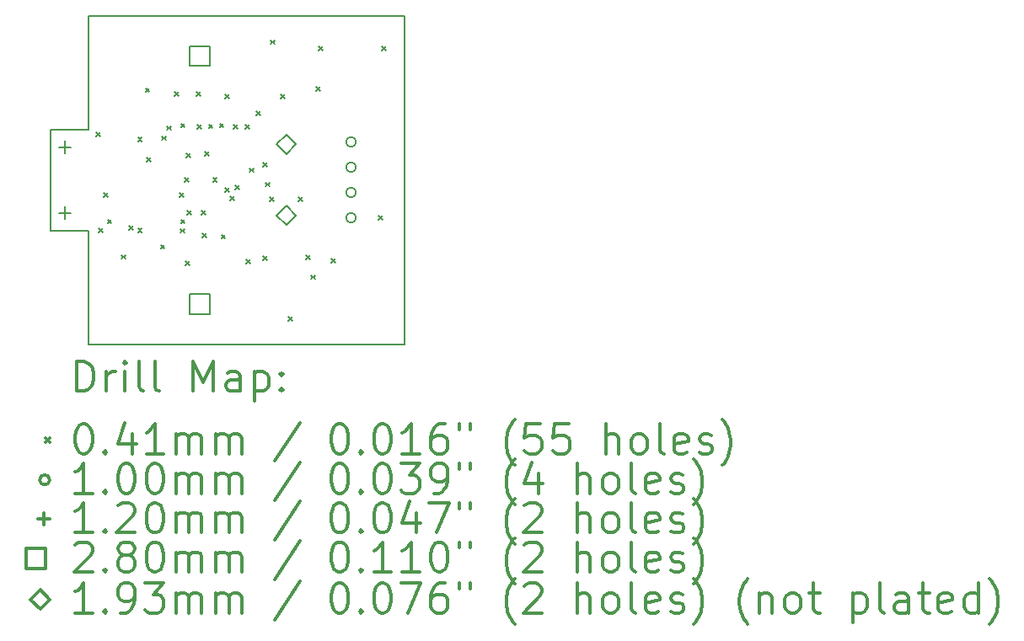
<source format=gbr>
%FSLAX45Y45*%
G04 Gerber Fmt 4.5, Leading zero omitted, Abs format (unit mm)*
G04 Created by KiCad (PCBNEW 4.0.1-stable) date 2/26/2016 12:49:05 AM*
%MOMM*%
G01*
G04 APERTURE LIST*
%ADD10C,0.127000*%
%ADD11C,0.150000*%
%ADD12C,0.200000*%
%ADD13C,0.300000*%
G04 APERTURE END LIST*
D10*
D11*
X12702540Y-11430000D02*
X13081000Y-11430000D01*
X12702540Y-10414000D02*
X12702540Y-11430000D01*
X13081000Y-10414000D02*
X12702540Y-10414000D01*
X16256000Y-9271000D02*
X13081000Y-9271000D01*
X16256000Y-12573000D02*
X16256000Y-9271000D01*
X13081000Y-12573000D02*
X16256000Y-12573000D01*
X13081000Y-11430000D02*
X13081000Y-12573000D01*
X13081000Y-9271000D02*
X13081000Y-10414000D01*
D12*
X13162539Y-10441431D02*
X13203179Y-10482071D01*
X13203179Y-10441431D02*
X13162539Y-10482071D01*
X13187680Y-11409680D02*
X13228320Y-11450320D01*
X13228320Y-11409680D02*
X13187680Y-11450320D01*
X13238480Y-11054080D02*
X13279120Y-11094720D01*
X13279120Y-11054080D02*
X13238480Y-11094720D01*
X13276580Y-11320780D02*
X13317220Y-11361420D01*
X13317220Y-11320780D02*
X13276580Y-11361420D01*
X13416280Y-11676380D02*
X13456920Y-11717020D01*
X13456920Y-11676380D02*
X13416280Y-11717020D01*
X13492480Y-11384280D02*
X13533120Y-11424920D01*
X13533120Y-11384280D02*
X13492480Y-11424920D01*
X13581380Y-10495280D02*
X13622020Y-10535920D01*
X13622020Y-10495280D02*
X13581380Y-10535920D01*
X13581380Y-11409680D02*
X13622020Y-11450320D01*
X13622020Y-11409680D02*
X13581380Y-11450320D01*
X13657580Y-9999604D02*
X13698220Y-10040244D01*
X13698220Y-9999604D02*
X13657580Y-10040244D01*
X13670245Y-10698480D02*
X13710885Y-10739120D01*
X13710885Y-10698480D02*
X13670245Y-10739120D01*
X13809980Y-11574780D02*
X13850620Y-11615420D01*
X13850620Y-11574780D02*
X13809980Y-11615420D01*
X13821674Y-10482580D02*
X13862314Y-10523220D01*
X13862314Y-10482580D02*
X13821674Y-10523220D01*
X13873480Y-10380980D02*
X13914120Y-10421620D01*
X13914120Y-10380980D02*
X13873480Y-10421620D01*
X13950547Y-10037213D02*
X13991187Y-10077853D01*
X13991187Y-10037213D02*
X13950547Y-10077853D01*
X13998898Y-11051781D02*
X14039538Y-11092421D01*
X14039538Y-11051781D02*
X13998898Y-11092421D01*
X14011282Y-11413720D02*
X14051922Y-11454360D01*
X14051922Y-11413720D02*
X14011282Y-11454360D01*
X14013180Y-10355580D02*
X14053820Y-10396220D01*
X14053820Y-10355580D02*
X14013180Y-10396220D01*
X14013180Y-11320780D02*
X14053820Y-11361420D01*
X14053820Y-11320780D02*
X14013180Y-11361420D01*
X14048098Y-10901997D02*
X14088738Y-10942637D01*
X14088738Y-10901997D02*
X14048098Y-10942637D01*
X14057597Y-11737955D02*
X14098237Y-11778595D01*
X14098237Y-11737955D02*
X14057597Y-11778595D01*
X14064683Y-10658730D02*
X14105323Y-10699370D01*
X14105323Y-10658730D02*
X14064683Y-10699370D01*
X14076680Y-11231880D02*
X14117320Y-11272520D01*
X14117320Y-11231880D02*
X14076680Y-11272520D01*
X14172804Y-10037104D02*
X14213444Y-10077744D01*
X14213444Y-10037104D02*
X14172804Y-10077744D01*
X14178280Y-10368280D02*
X14218920Y-10408920D01*
X14218920Y-10368280D02*
X14178280Y-10408920D01*
X14223771Y-11233150D02*
X14264411Y-11273790D01*
X14264411Y-11233150D02*
X14223771Y-11273790D01*
X14229080Y-11460480D02*
X14269720Y-11501120D01*
X14269720Y-11460480D02*
X14229080Y-11501120D01*
X14253319Y-10641629D02*
X14293959Y-10682269D01*
X14293959Y-10641629D02*
X14253319Y-10682269D01*
X14292580Y-10362800D02*
X14333220Y-10403440D01*
X14333220Y-10362800D02*
X14292580Y-10403440D01*
X14335098Y-10900938D02*
X14375738Y-10941578D01*
X14375738Y-10900938D02*
X14335098Y-10941578D01*
X14401799Y-10355580D02*
X14442439Y-10396220D01*
X14442439Y-10355580D02*
X14401799Y-10396220D01*
X14419580Y-11473180D02*
X14460220Y-11513820D01*
X14460220Y-11473180D02*
X14419580Y-11513820D01*
X14457633Y-11003798D02*
X14498273Y-11044438D01*
X14498273Y-11003798D02*
X14457633Y-11044438D01*
X14457680Y-10063480D02*
X14498320Y-10104120D01*
X14498320Y-10063480D02*
X14457680Y-10104120D01*
X14510529Y-11084534D02*
X14551169Y-11125174D01*
X14551169Y-11084534D02*
X14510529Y-11125174D01*
X14538961Y-10368280D02*
X14579601Y-10408920D01*
X14579601Y-10368280D02*
X14538961Y-10408920D01*
X14561993Y-10977684D02*
X14602633Y-11018324D01*
X14602633Y-10977684D02*
X14561993Y-11018324D01*
X14660880Y-10368280D02*
X14701520Y-10408920D01*
X14701520Y-10368280D02*
X14660880Y-10408920D01*
X14671673Y-11725417D02*
X14712313Y-11766057D01*
X14712313Y-11725417D02*
X14671673Y-11766057D01*
X14703001Y-10804101D02*
X14743641Y-10844741D01*
X14743641Y-10804101D02*
X14703001Y-10844741D01*
X14772787Y-10229829D02*
X14813427Y-10270469D01*
X14813427Y-10229829D02*
X14772787Y-10270469D01*
X14838680Y-11689080D02*
X14879320Y-11729720D01*
X14879320Y-11689080D02*
X14838680Y-11729720D01*
X14841716Y-10751000D02*
X14882356Y-10791640D01*
X14882356Y-10751000D02*
X14841716Y-10791640D01*
X14861369Y-10948425D02*
X14902009Y-10989065D01*
X14902009Y-10948425D02*
X14861369Y-10989065D01*
X14907738Y-11094176D02*
X14948378Y-11134816D01*
X14948378Y-11094176D02*
X14907738Y-11134816D01*
X14914880Y-9517380D02*
X14955520Y-9558020D01*
X14955520Y-9517380D02*
X14914880Y-9558020D01*
X15016480Y-10063480D02*
X15057120Y-10104120D01*
X15057120Y-10063480D02*
X15016480Y-10104120D01*
X15095436Y-12295893D02*
X15136076Y-12336533D01*
X15136076Y-12295893D02*
X15095436Y-12336533D01*
X15193123Y-11092715D02*
X15233763Y-11133355D01*
X15233763Y-11092715D02*
X15193123Y-11133355D01*
X15271037Y-11679255D02*
X15311677Y-11719895D01*
X15311677Y-11679255D02*
X15271037Y-11719895D01*
X15321627Y-11879927D02*
X15362267Y-11920567D01*
X15362267Y-11879927D02*
X15321627Y-11920567D01*
X15372080Y-9987280D02*
X15412720Y-10027920D01*
X15412720Y-9987280D02*
X15372080Y-10027920D01*
X15397619Y-9580880D02*
X15438259Y-9621520D01*
X15438259Y-9580880D02*
X15397619Y-9621520D01*
X15524480Y-11714480D02*
X15565120Y-11755120D01*
X15565120Y-11714480D02*
X15524480Y-11755120D01*
X15999461Y-11282680D02*
X16040101Y-11323320D01*
X16040101Y-11282680D02*
X15999461Y-11323320D01*
X16032480Y-9580880D02*
X16073120Y-9621520D01*
X16073120Y-9580880D02*
X16032480Y-9621520D01*
X15772600Y-10541000D02*
G75*
G03X15772600Y-10541000I-50000J0D01*
G01*
X15772600Y-10795000D02*
G75*
G03X15772600Y-10795000I-50000J0D01*
G01*
X15772600Y-11049000D02*
G75*
G03X15772600Y-11049000I-50000J0D01*
G01*
X15772600Y-11303000D02*
G75*
G03X15772600Y-11303000I-50000J0D01*
G01*
X12847320Y-10532000D02*
X12847320Y-10652000D01*
X12787320Y-10592000D02*
X12907320Y-10592000D01*
X12847320Y-11192000D02*
X12847320Y-11312000D01*
X12787320Y-11252000D02*
X12907320Y-11252000D01*
X14300136Y-9773856D02*
X14300136Y-9575864D01*
X14102144Y-9575864D01*
X14102144Y-9773856D01*
X14300136Y-9773856D01*
X14300136Y-12268136D02*
X14300136Y-12070144D01*
X14102144Y-12070144D01*
X14102144Y-12268136D01*
X14300136Y-12268136D01*
X15072360Y-10660380D02*
X15168880Y-10563860D01*
X15072360Y-10467340D01*
X14975840Y-10563860D01*
X15072360Y-10660380D01*
X15072360Y-11376660D02*
X15168880Y-11280140D01*
X15072360Y-11183620D01*
X14975840Y-11280140D01*
X15072360Y-11376660D01*
D13*
X12966468Y-13046214D02*
X12966468Y-12746214D01*
X13037897Y-12746214D01*
X13080754Y-12760500D01*
X13109326Y-12789071D01*
X13123611Y-12817643D01*
X13137897Y-12874786D01*
X13137897Y-12917643D01*
X13123611Y-12974786D01*
X13109326Y-13003357D01*
X13080754Y-13031929D01*
X13037897Y-13046214D01*
X12966468Y-13046214D01*
X13266468Y-13046214D02*
X13266468Y-12846214D01*
X13266468Y-12903357D02*
X13280754Y-12874786D01*
X13295040Y-12860500D01*
X13323611Y-12846214D01*
X13352183Y-12846214D01*
X13452183Y-13046214D02*
X13452183Y-12846214D01*
X13452183Y-12746214D02*
X13437897Y-12760500D01*
X13452183Y-12774786D01*
X13466468Y-12760500D01*
X13452183Y-12746214D01*
X13452183Y-12774786D01*
X13637897Y-13046214D02*
X13609326Y-13031929D01*
X13595040Y-13003357D01*
X13595040Y-12746214D01*
X13795040Y-13046214D02*
X13766468Y-13031929D01*
X13752183Y-13003357D01*
X13752183Y-12746214D01*
X14137897Y-13046214D02*
X14137897Y-12746214D01*
X14237897Y-12960500D01*
X14337897Y-12746214D01*
X14337897Y-13046214D01*
X14609326Y-13046214D02*
X14609326Y-12889071D01*
X14595040Y-12860500D01*
X14566468Y-12846214D01*
X14509326Y-12846214D01*
X14480754Y-12860500D01*
X14609326Y-13031929D02*
X14580754Y-13046214D01*
X14509326Y-13046214D01*
X14480754Y-13031929D01*
X14466468Y-13003357D01*
X14466468Y-12974786D01*
X14480754Y-12946214D01*
X14509326Y-12931929D01*
X14580754Y-12931929D01*
X14609326Y-12917643D01*
X14752183Y-12846214D02*
X14752183Y-13146214D01*
X14752183Y-12860500D02*
X14780754Y-12846214D01*
X14837897Y-12846214D01*
X14866468Y-12860500D01*
X14880754Y-12874786D01*
X14895040Y-12903357D01*
X14895040Y-12989071D01*
X14880754Y-13017643D01*
X14866468Y-13031929D01*
X14837897Y-13046214D01*
X14780754Y-13046214D01*
X14752183Y-13031929D01*
X15023611Y-13017643D02*
X15037897Y-13031929D01*
X15023611Y-13046214D01*
X15009326Y-13031929D01*
X15023611Y-13017643D01*
X15023611Y-13046214D01*
X15023611Y-12860500D02*
X15037897Y-12874786D01*
X15023611Y-12889071D01*
X15009326Y-12874786D01*
X15023611Y-12860500D01*
X15023611Y-12889071D01*
X12654400Y-13520180D02*
X12695040Y-13560820D01*
X12695040Y-13520180D02*
X12654400Y-13560820D01*
X13023611Y-13376214D02*
X13052183Y-13376214D01*
X13080754Y-13390500D01*
X13095040Y-13404786D01*
X13109326Y-13433357D01*
X13123611Y-13490500D01*
X13123611Y-13561929D01*
X13109326Y-13619071D01*
X13095040Y-13647643D01*
X13080754Y-13661929D01*
X13052183Y-13676214D01*
X13023611Y-13676214D01*
X12995040Y-13661929D01*
X12980754Y-13647643D01*
X12966468Y-13619071D01*
X12952183Y-13561929D01*
X12952183Y-13490500D01*
X12966468Y-13433357D01*
X12980754Y-13404786D01*
X12995040Y-13390500D01*
X13023611Y-13376214D01*
X13252183Y-13647643D02*
X13266468Y-13661929D01*
X13252183Y-13676214D01*
X13237897Y-13661929D01*
X13252183Y-13647643D01*
X13252183Y-13676214D01*
X13523611Y-13476214D02*
X13523611Y-13676214D01*
X13452183Y-13361929D02*
X13380754Y-13576214D01*
X13566468Y-13576214D01*
X13837897Y-13676214D02*
X13666468Y-13676214D01*
X13752183Y-13676214D02*
X13752183Y-13376214D01*
X13723611Y-13419071D01*
X13695040Y-13447643D01*
X13666468Y-13461929D01*
X13966468Y-13676214D02*
X13966468Y-13476214D01*
X13966468Y-13504786D02*
X13980754Y-13490500D01*
X14009326Y-13476214D01*
X14052183Y-13476214D01*
X14080754Y-13490500D01*
X14095040Y-13519071D01*
X14095040Y-13676214D01*
X14095040Y-13519071D02*
X14109326Y-13490500D01*
X14137897Y-13476214D01*
X14180754Y-13476214D01*
X14209326Y-13490500D01*
X14223611Y-13519071D01*
X14223611Y-13676214D01*
X14366468Y-13676214D02*
X14366468Y-13476214D01*
X14366468Y-13504786D02*
X14380754Y-13490500D01*
X14409326Y-13476214D01*
X14452183Y-13476214D01*
X14480754Y-13490500D01*
X14495040Y-13519071D01*
X14495040Y-13676214D01*
X14495040Y-13519071D02*
X14509326Y-13490500D01*
X14537897Y-13476214D01*
X14580754Y-13476214D01*
X14609326Y-13490500D01*
X14623611Y-13519071D01*
X14623611Y-13676214D01*
X15209326Y-13361929D02*
X14952183Y-13747643D01*
X15595040Y-13376214D02*
X15623611Y-13376214D01*
X15652183Y-13390500D01*
X15666468Y-13404786D01*
X15680754Y-13433357D01*
X15695040Y-13490500D01*
X15695040Y-13561929D01*
X15680754Y-13619071D01*
X15666468Y-13647643D01*
X15652183Y-13661929D01*
X15623611Y-13676214D01*
X15595040Y-13676214D01*
X15566468Y-13661929D01*
X15552183Y-13647643D01*
X15537897Y-13619071D01*
X15523611Y-13561929D01*
X15523611Y-13490500D01*
X15537897Y-13433357D01*
X15552183Y-13404786D01*
X15566468Y-13390500D01*
X15595040Y-13376214D01*
X15823611Y-13647643D02*
X15837897Y-13661929D01*
X15823611Y-13676214D01*
X15809326Y-13661929D01*
X15823611Y-13647643D01*
X15823611Y-13676214D01*
X16023611Y-13376214D02*
X16052183Y-13376214D01*
X16080754Y-13390500D01*
X16095040Y-13404786D01*
X16109325Y-13433357D01*
X16123611Y-13490500D01*
X16123611Y-13561929D01*
X16109325Y-13619071D01*
X16095040Y-13647643D01*
X16080754Y-13661929D01*
X16052183Y-13676214D01*
X16023611Y-13676214D01*
X15995040Y-13661929D01*
X15980754Y-13647643D01*
X15966468Y-13619071D01*
X15952183Y-13561929D01*
X15952183Y-13490500D01*
X15966468Y-13433357D01*
X15980754Y-13404786D01*
X15995040Y-13390500D01*
X16023611Y-13376214D01*
X16409325Y-13676214D02*
X16237897Y-13676214D01*
X16323611Y-13676214D02*
X16323611Y-13376214D01*
X16295040Y-13419071D01*
X16266468Y-13447643D01*
X16237897Y-13461929D01*
X16666468Y-13376214D02*
X16609325Y-13376214D01*
X16580754Y-13390500D01*
X16566468Y-13404786D01*
X16537897Y-13447643D01*
X16523611Y-13504786D01*
X16523611Y-13619071D01*
X16537897Y-13647643D01*
X16552183Y-13661929D01*
X16580754Y-13676214D01*
X16637897Y-13676214D01*
X16666468Y-13661929D01*
X16680754Y-13647643D01*
X16695040Y-13619071D01*
X16695040Y-13547643D01*
X16680754Y-13519071D01*
X16666468Y-13504786D01*
X16637897Y-13490500D01*
X16580754Y-13490500D01*
X16552183Y-13504786D01*
X16537897Y-13519071D01*
X16523611Y-13547643D01*
X16809326Y-13376214D02*
X16809326Y-13433357D01*
X16923611Y-13376214D02*
X16923611Y-13433357D01*
X17366468Y-13790500D02*
X17352183Y-13776214D01*
X17323611Y-13733357D01*
X17309326Y-13704786D01*
X17295040Y-13661929D01*
X17280754Y-13590500D01*
X17280754Y-13533357D01*
X17295040Y-13461929D01*
X17309326Y-13419071D01*
X17323611Y-13390500D01*
X17352183Y-13347643D01*
X17366468Y-13333357D01*
X17623611Y-13376214D02*
X17480754Y-13376214D01*
X17466468Y-13519071D01*
X17480754Y-13504786D01*
X17509326Y-13490500D01*
X17580754Y-13490500D01*
X17609326Y-13504786D01*
X17623611Y-13519071D01*
X17637897Y-13547643D01*
X17637897Y-13619071D01*
X17623611Y-13647643D01*
X17609326Y-13661929D01*
X17580754Y-13676214D01*
X17509326Y-13676214D01*
X17480754Y-13661929D01*
X17466468Y-13647643D01*
X17909326Y-13376214D02*
X17766468Y-13376214D01*
X17752183Y-13519071D01*
X17766468Y-13504786D01*
X17795040Y-13490500D01*
X17866468Y-13490500D01*
X17895040Y-13504786D01*
X17909326Y-13519071D01*
X17923611Y-13547643D01*
X17923611Y-13619071D01*
X17909326Y-13647643D01*
X17895040Y-13661929D01*
X17866468Y-13676214D01*
X17795040Y-13676214D01*
X17766468Y-13661929D01*
X17752183Y-13647643D01*
X18280754Y-13676214D02*
X18280754Y-13376214D01*
X18409326Y-13676214D02*
X18409326Y-13519071D01*
X18395040Y-13490500D01*
X18366468Y-13476214D01*
X18323611Y-13476214D01*
X18295040Y-13490500D01*
X18280754Y-13504786D01*
X18595040Y-13676214D02*
X18566468Y-13661929D01*
X18552183Y-13647643D01*
X18537897Y-13619071D01*
X18537897Y-13533357D01*
X18552183Y-13504786D01*
X18566468Y-13490500D01*
X18595040Y-13476214D01*
X18637897Y-13476214D01*
X18666468Y-13490500D01*
X18680754Y-13504786D01*
X18695040Y-13533357D01*
X18695040Y-13619071D01*
X18680754Y-13647643D01*
X18666468Y-13661929D01*
X18637897Y-13676214D01*
X18595040Y-13676214D01*
X18866468Y-13676214D02*
X18837897Y-13661929D01*
X18823611Y-13633357D01*
X18823611Y-13376214D01*
X19095040Y-13661929D02*
X19066469Y-13676214D01*
X19009326Y-13676214D01*
X18980754Y-13661929D01*
X18966469Y-13633357D01*
X18966469Y-13519071D01*
X18980754Y-13490500D01*
X19009326Y-13476214D01*
X19066469Y-13476214D01*
X19095040Y-13490500D01*
X19109326Y-13519071D01*
X19109326Y-13547643D01*
X18966469Y-13576214D01*
X19223611Y-13661929D02*
X19252183Y-13676214D01*
X19309326Y-13676214D01*
X19337897Y-13661929D01*
X19352183Y-13633357D01*
X19352183Y-13619071D01*
X19337897Y-13590500D01*
X19309326Y-13576214D01*
X19266469Y-13576214D01*
X19237897Y-13561929D01*
X19223611Y-13533357D01*
X19223611Y-13519071D01*
X19237897Y-13490500D01*
X19266469Y-13476214D01*
X19309326Y-13476214D01*
X19337897Y-13490500D01*
X19452183Y-13790500D02*
X19466469Y-13776214D01*
X19495040Y-13733357D01*
X19509326Y-13704786D01*
X19523611Y-13661929D01*
X19537897Y-13590500D01*
X19537897Y-13533357D01*
X19523611Y-13461929D01*
X19509326Y-13419071D01*
X19495040Y-13390500D01*
X19466469Y-13347643D01*
X19452183Y-13333357D01*
X12695040Y-13936500D02*
G75*
G03X12695040Y-13936500I-50000J0D01*
G01*
X13123611Y-14072214D02*
X12952183Y-14072214D01*
X13037897Y-14072214D02*
X13037897Y-13772214D01*
X13009326Y-13815071D01*
X12980754Y-13843643D01*
X12952183Y-13857929D01*
X13252183Y-14043643D02*
X13266468Y-14057929D01*
X13252183Y-14072214D01*
X13237897Y-14057929D01*
X13252183Y-14043643D01*
X13252183Y-14072214D01*
X13452183Y-13772214D02*
X13480754Y-13772214D01*
X13509326Y-13786500D01*
X13523611Y-13800786D01*
X13537897Y-13829357D01*
X13552183Y-13886500D01*
X13552183Y-13957929D01*
X13537897Y-14015071D01*
X13523611Y-14043643D01*
X13509326Y-14057929D01*
X13480754Y-14072214D01*
X13452183Y-14072214D01*
X13423611Y-14057929D01*
X13409326Y-14043643D01*
X13395040Y-14015071D01*
X13380754Y-13957929D01*
X13380754Y-13886500D01*
X13395040Y-13829357D01*
X13409326Y-13800786D01*
X13423611Y-13786500D01*
X13452183Y-13772214D01*
X13737897Y-13772214D02*
X13766468Y-13772214D01*
X13795040Y-13786500D01*
X13809326Y-13800786D01*
X13823611Y-13829357D01*
X13837897Y-13886500D01*
X13837897Y-13957929D01*
X13823611Y-14015071D01*
X13809326Y-14043643D01*
X13795040Y-14057929D01*
X13766468Y-14072214D01*
X13737897Y-14072214D01*
X13709326Y-14057929D01*
X13695040Y-14043643D01*
X13680754Y-14015071D01*
X13666468Y-13957929D01*
X13666468Y-13886500D01*
X13680754Y-13829357D01*
X13695040Y-13800786D01*
X13709326Y-13786500D01*
X13737897Y-13772214D01*
X13966468Y-14072214D02*
X13966468Y-13872214D01*
X13966468Y-13900786D02*
X13980754Y-13886500D01*
X14009326Y-13872214D01*
X14052183Y-13872214D01*
X14080754Y-13886500D01*
X14095040Y-13915071D01*
X14095040Y-14072214D01*
X14095040Y-13915071D02*
X14109326Y-13886500D01*
X14137897Y-13872214D01*
X14180754Y-13872214D01*
X14209326Y-13886500D01*
X14223611Y-13915071D01*
X14223611Y-14072214D01*
X14366468Y-14072214D02*
X14366468Y-13872214D01*
X14366468Y-13900786D02*
X14380754Y-13886500D01*
X14409326Y-13872214D01*
X14452183Y-13872214D01*
X14480754Y-13886500D01*
X14495040Y-13915071D01*
X14495040Y-14072214D01*
X14495040Y-13915071D02*
X14509326Y-13886500D01*
X14537897Y-13872214D01*
X14580754Y-13872214D01*
X14609326Y-13886500D01*
X14623611Y-13915071D01*
X14623611Y-14072214D01*
X15209326Y-13757929D02*
X14952183Y-14143643D01*
X15595040Y-13772214D02*
X15623611Y-13772214D01*
X15652183Y-13786500D01*
X15666468Y-13800786D01*
X15680754Y-13829357D01*
X15695040Y-13886500D01*
X15695040Y-13957929D01*
X15680754Y-14015071D01*
X15666468Y-14043643D01*
X15652183Y-14057929D01*
X15623611Y-14072214D01*
X15595040Y-14072214D01*
X15566468Y-14057929D01*
X15552183Y-14043643D01*
X15537897Y-14015071D01*
X15523611Y-13957929D01*
X15523611Y-13886500D01*
X15537897Y-13829357D01*
X15552183Y-13800786D01*
X15566468Y-13786500D01*
X15595040Y-13772214D01*
X15823611Y-14043643D02*
X15837897Y-14057929D01*
X15823611Y-14072214D01*
X15809326Y-14057929D01*
X15823611Y-14043643D01*
X15823611Y-14072214D01*
X16023611Y-13772214D02*
X16052183Y-13772214D01*
X16080754Y-13786500D01*
X16095040Y-13800786D01*
X16109325Y-13829357D01*
X16123611Y-13886500D01*
X16123611Y-13957929D01*
X16109325Y-14015071D01*
X16095040Y-14043643D01*
X16080754Y-14057929D01*
X16052183Y-14072214D01*
X16023611Y-14072214D01*
X15995040Y-14057929D01*
X15980754Y-14043643D01*
X15966468Y-14015071D01*
X15952183Y-13957929D01*
X15952183Y-13886500D01*
X15966468Y-13829357D01*
X15980754Y-13800786D01*
X15995040Y-13786500D01*
X16023611Y-13772214D01*
X16223611Y-13772214D02*
X16409325Y-13772214D01*
X16309325Y-13886500D01*
X16352183Y-13886500D01*
X16380754Y-13900786D01*
X16395040Y-13915071D01*
X16409325Y-13943643D01*
X16409325Y-14015071D01*
X16395040Y-14043643D01*
X16380754Y-14057929D01*
X16352183Y-14072214D01*
X16266468Y-14072214D01*
X16237897Y-14057929D01*
X16223611Y-14043643D01*
X16552183Y-14072214D02*
X16609325Y-14072214D01*
X16637897Y-14057929D01*
X16652183Y-14043643D01*
X16680754Y-14000786D01*
X16695040Y-13943643D01*
X16695040Y-13829357D01*
X16680754Y-13800786D01*
X16666468Y-13786500D01*
X16637897Y-13772214D01*
X16580754Y-13772214D01*
X16552183Y-13786500D01*
X16537897Y-13800786D01*
X16523611Y-13829357D01*
X16523611Y-13900786D01*
X16537897Y-13929357D01*
X16552183Y-13943643D01*
X16580754Y-13957929D01*
X16637897Y-13957929D01*
X16666468Y-13943643D01*
X16680754Y-13929357D01*
X16695040Y-13900786D01*
X16809326Y-13772214D02*
X16809326Y-13829357D01*
X16923611Y-13772214D02*
X16923611Y-13829357D01*
X17366468Y-14186500D02*
X17352183Y-14172214D01*
X17323611Y-14129357D01*
X17309326Y-14100786D01*
X17295040Y-14057929D01*
X17280754Y-13986500D01*
X17280754Y-13929357D01*
X17295040Y-13857929D01*
X17309326Y-13815071D01*
X17323611Y-13786500D01*
X17352183Y-13743643D01*
X17366468Y-13729357D01*
X17609326Y-13872214D02*
X17609326Y-14072214D01*
X17537897Y-13757929D02*
X17466468Y-13972214D01*
X17652183Y-13972214D01*
X17995040Y-14072214D02*
X17995040Y-13772214D01*
X18123611Y-14072214D02*
X18123611Y-13915071D01*
X18109326Y-13886500D01*
X18080754Y-13872214D01*
X18037897Y-13872214D01*
X18009326Y-13886500D01*
X17995040Y-13900786D01*
X18309326Y-14072214D02*
X18280754Y-14057929D01*
X18266468Y-14043643D01*
X18252183Y-14015071D01*
X18252183Y-13929357D01*
X18266468Y-13900786D01*
X18280754Y-13886500D01*
X18309326Y-13872214D01*
X18352183Y-13872214D01*
X18380754Y-13886500D01*
X18395040Y-13900786D01*
X18409326Y-13929357D01*
X18409326Y-14015071D01*
X18395040Y-14043643D01*
X18380754Y-14057929D01*
X18352183Y-14072214D01*
X18309326Y-14072214D01*
X18580754Y-14072214D02*
X18552183Y-14057929D01*
X18537897Y-14029357D01*
X18537897Y-13772214D01*
X18809326Y-14057929D02*
X18780754Y-14072214D01*
X18723611Y-14072214D01*
X18695040Y-14057929D01*
X18680754Y-14029357D01*
X18680754Y-13915071D01*
X18695040Y-13886500D01*
X18723611Y-13872214D01*
X18780754Y-13872214D01*
X18809326Y-13886500D01*
X18823611Y-13915071D01*
X18823611Y-13943643D01*
X18680754Y-13972214D01*
X18937897Y-14057929D02*
X18966469Y-14072214D01*
X19023611Y-14072214D01*
X19052183Y-14057929D01*
X19066469Y-14029357D01*
X19066469Y-14015071D01*
X19052183Y-13986500D01*
X19023611Y-13972214D01*
X18980754Y-13972214D01*
X18952183Y-13957929D01*
X18937897Y-13929357D01*
X18937897Y-13915071D01*
X18952183Y-13886500D01*
X18980754Y-13872214D01*
X19023611Y-13872214D01*
X19052183Y-13886500D01*
X19166468Y-14186500D02*
X19180754Y-14172214D01*
X19209326Y-14129357D01*
X19223611Y-14100786D01*
X19237897Y-14057929D01*
X19252183Y-13986500D01*
X19252183Y-13929357D01*
X19237897Y-13857929D01*
X19223611Y-13815071D01*
X19209326Y-13786500D01*
X19180754Y-13743643D01*
X19166468Y-13729357D01*
X12635040Y-14272500D02*
X12635040Y-14392500D01*
X12575040Y-14332500D02*
X12695040Y-14332500D01*
X13123611Y-14468214D02*
X12952183Y-14468214D01*
X13037897Y-14468214D02*
X13037897Y-14168214D01*
X13009326Y-14211071D01*
X12980754Y-14239643D01*
X12952183Y-14253929D01*
X13252183Y-14439643D02*
X13266468Y-14453929D01*
X13252183Y-14468214D01*
X13237897Y-14453929D01*
X13252183Y-14439643D01*
X13252183Y-14468214D01*
X13380754Y-14196786D02*
X13395040Y-14182500D01*
X13423611Y-14168214D01*
X13495040Y-14168214D01*
X13523611Y-14182500D01*
X13537897Y-14196786D01*
X13552183Y-14225357D01*
X13552183Y-14253929D01*
X13537897Y-14296786D01*
X13366468Y-14468214D01*
X13552183Y-14468214D01*
X13737897Y-14168214D02*
X13766468Y-14168214D01*
X13795040Y-14182500D01*
X13809326Y-14196786D01*
X13823611Y-14225357D01*
X13837897Y-14282500D01*
X13837897Y-14353929D01*
X13823611Y-14411071D01*
X13809326Y-14439643D01*
X13795040Y-14453929D01*
X13766468Y-14468214D01*
X13737897Y-14468214D01*
X13709326Y-14453929D01*
X13695040Y-14439643D01*
X13680754Y-14411071D01*
X13666468Y-14353929D01*
X13666468Y-14282500D01*
X13680754Y-14225357D01*
X13695040Y-14196786D01*
X13709326Y-14182500D01*
X13737897Y-14168214D01*
X13966468Y-14468214D02*
X13966468Y-14268214D01*
X13966468Y-14296786D02*
X13980754Y-14282500D01*
X14009326Y-14268214D01*
X14052183Y-14268214D01*
X14080754Y-14282500D01*
X14095040Y-14311071D01*
X14095040Y-14468214D01*
X14095040Y-14311071D02*
X14109326Y-14282500D01*
X14137897Y-14268214D01*
X14180754Y-14268214D01*
X14209326Y-14282500D01*
X14223611Y-14311071D01*
X14223611Y-14468214D01*
X14366468Y-14468214D02*
X14366468Y-14268214D01*
X14366468Y-14296786D02*
X14380754Y-14282500D01*
X14409326Y-14268214D01*
X14452183Y-14268214D01*
X14480754Y-14282500D01*
X14495040Y-14311071D01*
X14495040Y-14468214D01*
X14495040Y-14311071D02*
X14509326Y-14282500D01*
X14537897Y-14268214D01*
X14580754Y-14268214D01*
X14609326Y-14282500D01*
X14623611Y-14311071D01*
X14623611Y-14468214D01*
X15209326Y-14153929D02*
X14952183Y-14539643D01*
X15595040Y-14168214D02*
X15623611Y-14168214D01*
X15652183Y-14182500D01*
X15666468Y-14196786D01*
X15680754Y-14225357D01*
X15695040Y-14282500D01*
X15695040Y-14353929D01*
X15680754Y-14411071D01*
X15666468Y-14439643D01*
X15652183Y-14453929D01*
X15623611Y-14468214D01*
X15595040Y-14468214D01*
X15566468Y-14453929D01*
X15552183Y-14439643D01*
X15537897Y-14411071D01*
X15523611Y-14353929D01*
X15523611Y-14282500D01*
X15537897Y-14225357D01*
X15552183Y-14196786D01*
X15566468Y-14182500D01*
X15595040Y-14168214D01*
X15823611Y-14439643D02*
X15837897Y-14453929D01*
X15823611Y-14468214D01*
X15809326Y-14453929D01*
X15823611Y-14439643D01*
X15823611Y-14468214D01*
X16023611Y-14168214D02*
X16052183Y-14168214D01*
X16080754Y-14182500D01*
X16095040Y-14196786D01*
X16109325Y-14225357D01*
X16123611Y-14282500D01*
X16123611Y-14353929D01*
X16109325Y-14411071D01*
X16095040Y-14439643D01*
X16080754Y-14453929D01*
X16052183Y-14468214D01*
X16023611Y-14468214D01*
X15995040Y-14453929D01*
X15980754Y-14439643D01*
X15966468Y-14411071D01*
X15952183Y-14353929D01*
X15952183Y-14282500D01*
X15966468Y-14225357D01*
X15980754Y-14196786D01*
X15995040Y-14182500D01*
X16023611Y-14168214D01*
X16380754Y-14268214D02*
X16380754Y-14468214D01*
X16309325Y-14153929D02*
X16237897Y-14368214D01*
X16423611Y-14368214D01*
X16509325Y-14168214D02*
X16709325Y-14168214D01*
X16580754Y-14468214D01*
X16809326Y-14168214D02*
X16809326Y-14225357D01*
X16923611Y-14168214D02*
X16923611Y-14225357D01*
X17366468Y-14582500D02*
X17352183Y-14568214D01*
X17323611Y-14525357D01*
X17309326Y-14496786D01*
X17295040Y-14453929D01*
X17280754Y-14382500D01*
X17280754Y-14325357D01*
X17295040Y-14253929D01*
X17309326Y-14211071D01*
X17323611Y-14182500D01*
X17352183Y-14139643D01*
X17366468Y-14125357D01*
X17466468Y-14196786D02*
X17480754Y-14182500D01*
X17509326Y-14168214D01*
X17580754Y-14168214D01*
X17609326Y-14182500D01*
X17623611Y-14196786D01*
X17637897Y-14225357D01*
X17637897Y-14253929D01*
X17623611Y-14296786D01*
X17452183Y-14468214D01*
X17637897Y-14468214D01*
X17995040Y-14468214D02*
X17995040Y-14168214D01*
X18123611Y-14468214D02*
X18123611Y-14311071D01*
X18109326Y-14282500D01*
X18080754Y-14268214D01*
X18037897Y-14268214D01*
X18009326Y-14282500D01*
X17995040Y-14296786D01*
X18309326Y-14468214D02*
X18280754Y-14453929D01*
X18266468Y-14439643D01*
X18252183Y-14411071D01*
X18252183Y-14325357D01*
X18266468Y-14296786D01*
X18280754Y-14282500D01*
X18309326Y-14268214D01*
X18352183Y-14268214D01*
X18380754Y-14282500D01*
X18395040Y-14296786D01*
X18409326Y-14325357D01*
X18409326Y-14411071D01*
X18395040Y-14439643D01*
X18380754Y-14453929D01*
X18352183Y-14468214D01*
X18309326Y-14468214D01*
X18580754Y-14468214D02*
X18552183Y-14453929D01*
X18537897Y-14425357D01*
X18537897Y-14168214D01*
X18809326Y-14453929D02*
X18780754Y-14468214D01*
X18723611Y-14468214D01*
X18695040Y-14453929D01*
X18680754Y-14425357D01*
X18680754Y-14311071D01*
X18695040Y-14282500D01*
X18723611Y-14268214D01*
X18780754Y-14268214D01*
X18809326Y-14282500D01*
X18823611Y-14311071D01*
X18823611Y-14339643D01*
X18680754Y-14368214D01*
X18937897Y-14453929D02*
X18966469Y-14468214D01*
X19023611Y-14468214D01*
X19052183Y-14453929D01*
X19066469Y-14425357D01*
X19066469Y-14411071D01*
X19052183Y-14382500D01*
X19023611Y-14368214D01*
X18980754Y-14368214D01*
X18952183Y-14353929D01*
X18937897Y-14325357D01*
X18937897Y-14311071D01*
X18952183Y-14282500D01*
X18980754Y-14268214D01*
X19023611Y-14268214D01*
X19052183Y-14282500D01*
X19166468Y-14582500D02*
X19180754Y-14568214D01*
X19209326Y-14525357D01*
X19223611Y-14496786D01*
X19237897Y-14453929D01*
X19252183Y-14382500D01*
X19252183Y-14325357D01*
X19237897Y-14253929D01*
X19223611Y-14211071D01*
X19209326Y-14182500D01*
X19180754Y-14139643D01*
X19166468Y-14125357D01*
X12654036Y-14827496D02*
X12654036Y-14629504D01*
X12456044Y-14629504D01*
X12456044Y-14827496D01*
X12654036Y-14827496D01*
X12952183Y-14592786D02*
X12966468Y-14578500D01*
X12995040Y-14564214D01*
X13066468Y-14564214D01*
X13095040Y-14578500D01*
X13109326Y-14592786D01*
X13123611Y-14621357D01*
X13123611Y-14649929D01*
X13109326Y-14692786D01*
X12937897Y-14864214D01*
X13123611Y-14864214D01*
X13252183Y-14835643D02*
X13266468Y-14849929D01*
X13252183Y-14864214D01*
X13237897Y-14849929D01*
X13252183Y-14835643D01*
X13252183Y-14864214D01*
X13437897Y-14692786D02*
X13409326Y-14678500D01*
X13395040Y-14664214D01*
X13380754Y-14635643D01*
X13380754Y-14621357D01*
X13395040Y-14592786D01*
X13409326Y-14578500D01*
X13437897Y-14564214D01*
X13495040Y-14564214D01*
X13523611Y-14578500D01*
X13537897Y-14592786D01*
X13552183Y-14621357D01*
X13552183Y-14635643D01*
X13537897Y-14664214D01*
X13523611Y-14678500D01*
X13495040Y-14692786D01*
X13437897Y-14692786D01*
X13409326Y-14707071D01*
X13395040Y-14721357D01*
X13380754Y-14749929D01*
X13380754Y-14807071D01*
X13395040Y-14835643D01*
X13409326Y-14849929D01*
X13437897Y-14864214D01*
X13495040Y-14864214D01*
X13523611Y-14849929D01*
X13537897Y-14835643D01*
X13552183Y-14807071D01*
X13552183Y-14749929D01*
X13537897Y-14721357D01*
X13523611Y-14707071D01*
X13495040Y-14692786D01*
X13737897Y-14564214D02*
X13766468Y-14564214D01*
X13795040Y-14578500D01*
X13809326Y-14592786D01*
X13823611Y-14621357D01*
X13837897Y-14678500D01*
X13837897Y-14749929D01*
X13823611Y-14807071D01*
X13809326Y-14835643D01*
X13795040Y-14849929D01*
X13766468Y-14864214D01*
X13737897Y-14864214D01*
X13709326Y-14849929D01*
X13695040Y-14835643D01*
X13680754Y-14807071D01*
X13666468Y-14749929D01*
X13666468Y-14678500D01*
X13680754Y-14621357D01*
X13695040Y-14592786D01*
X13709326Y-14578500D01*
X13737897Y-14564214D01*
X13966468Y-14864214D02*
X13966468Y-14664214D01*
X13966468Y-14692786D02*
X13980754Y-14678500D01*
X14009326Y-14664214D01*
X14052183Y-14664214D01*
X14080754Y-14678500D01*
X14095040Y-14707071D01*
X14095040Y-14864214D01*
X14095040Y-14707071D02*
X14109326Y-14678500D01*
X14137897Y-14664214D01*
X14180754Y-14664214D01*
X14209326Y-14678500D01*
X14223611Y-14707071D01*
X14223611Y-14864214D01*
X14366468Y-14864214D02*
X14366468Y-14664214D01*
X14366468Y-14692786D02*
X14380754Y-14678500D01*
X14409326Y-14664214D01*
X14452183Y-14664214D01*
X14480754Y-14678500D01*
X14495040Y-14707071D01*
X14495040Y-14864214D01*
X14495040Y-14707071D02*
X14509326Y-14678500D01*
X14537897Y-14664214D01*
X14580754Y-14664214D01*
X14609326Y-14678500D01*
X14623611Y-14707071D01*
X14623611Y-14864214D01*
X15209326Y-14549929D02*
X14952183Y-14935643D01*
X15595040Y-14564214D02*
X15623611Y-14564214D01*
X15652183Y-14578500D01*
X15666468Y-14592786D01*
X15680754Y-14621357D01*
X15695040Y-14678500D01*
X15695040Y-14749929D01*
X15680754Y-14807071D01*
X15666468Y-14835643D01*
X15652183Y-14849929D01*
X15623611Y-14864214D01*
X15595040Y-14864214D01*
X15566468Y-14849929D01*
X15552183Y-14835643D01*
X15537897Y-14807071D01*
X15523611Y-14749929D01*
X15523611Y-14678500D01*
X15537897Y-14621357D01*
X15552183Y-14592786D01*
X15566468Y-14578500D01*
X15595040Y-14564214D01*
X15823611Y-14835643D02*
X15837897Y-14849929D01*
X15823611Y-14864214D01*
X15809326Y-14849929D01*
X15823611Y-14835643D01*
X15823611Y-14864214D01*
X16123611Y-14864214D02*
X15952183Y-14864214D01*
X16037897Y-14864214D02*
X16037897Y-14564214D01*
X16009325Y-14607071D01*
X15980754Y-14635643D01*
X15952183Y-14649929D01*
X16409325Y-14864214D02*
X16237897Y-14864214D01*
X16323611Y-14864214D02*
X16323611Y-14564214D01*
X16295040Y-14607071D01*
X16266468Y-14635643D01*
X16237897Y-14649929D01*
X16595040Y-14564214D02*
X16623611Y-14564214D01*
X16652183Y-14578500D01*
X16666468Y-14592786D01*
X16680754Y-14621357D01*
X16695040Y-14678500D01*
X16695040Y-14749929D01*
X16680754Y-14807071D01*
X16666468Y-14835643D01*
X16652183Y-14849929D01*
X16623611Y-14864214D01*
X16595040Y-14864214D01*
X16566468Y-14849929D01*
X16552183Y-14835643D01*
X16537897Y-14807071D01*
X16523611Y-14749929D01*
X16523611Y-14678500D01*
X16537897Y-14621357D01*
X16552183Y-14592786D01*
X16566468Y-14578500D01*
X16595040Y-14564214D01*
X16809326Y-14564214D02*
X16809326Y-14621357D01*
X16923611Y-14564214D02*
X16923611Y-14621357D01*
X17366468Y-14978500D02*
X17352183Y-14964214D01*
X17323611Y-14921357D01*
X17309326Y-14892786D01*
X17295040Y-14849929D01*
X17280754Y-14778500D01*
X17280754Y-14721357D01*
X17295040Y-14649929D01*
X17309326Y-14607071D01*
X17323611Y-14578500D01*
X17352183Y-14535643D01*
X17366468Y-14521357D01*
X17466468Y-14592786D02*
X17480754Y-14578500D01*
X17509326Y-14564214D01*
X17580754Y-14564214D01*
X17609326Y-14578500D01*
X17623611Y-14592786D01*
X17637897Y-14621357D01*
X17637897Y-14649929D01*
X17623611Y-14692786D01*
X17452183Y-14864214D01*
X17637897Y-14864214D01*
X17995040Y-14864214D02*
X17995040Y-14564214D01*
X18123611Y-14864214D02*
X18123611Y-14707071D01*
X18109326Y-14678500D01*
X18080754Y-14664214D01*
X18037897Y-14664214D01*
X18009326Y-14678500D01*
X17995040Y-14692786D01*
X18309326Y-14864214D02*
X18280754Y-14849929D01*
X18266468Y-14835643D01*
X18252183Y-14807071D01*
X18252183Y-14721357D01*
X18266468Y-14692786D01*
X18280754Y-14678500D01*
X18309326Y-14664214D01*
X18352183Y-14664214D01*
X18380754Y-14678500D01*
X18395040Y-14692786D01*
X18409326Y-14721357D01*
X18409326Y-14807071D01*
X18395040Y-14835643D01*
X18380754Y-14849929D01*
X18352183Y-14864214D01*
X18309326Y-14864214D01*
X18580754Y-14864214D02*
X18552183Y-14849929D01*
X18537897Y-14821357D01*
X18537897Y-14564214D01*
X18809326Y-14849929D02*
X18780754Y-14864214D01*
X18723611Y-14864214D01*
X18695040Y-14849929D01*
X18680754Y-14821357D01*
X18680754Y-14707071D01*
X18695040Y-14678500D01*
X18723611Y-14664214D01*
X18780754Y-14664214D01*
X18809326Y-14678500D01*
X18823611Y-14707071D01*
X18823611Y-14735643D01*
X18680754Y-14764214D01*
X18937897Y-14849929D02*
X18966469Y-14864214D01*
X19023611Y-14864214D01*
X19052183Y-14849929D01*
X19066469Y-14821357D01*
X19066469Y-14807071D01*
X19052183Y-14778500D01*
X19023611Y-14764214D01*
X18980754Y-14764214D01*
X18952183Y-14749929D01*
X18937897Y-14721357D01*
X18937897Y-14707071D01*
X18952183Y-14678500D01*
X18980754Y-14664214D01*
X19023611Y-14664214D01*
X19052183Y-14678500D01*
X19166468Y-14978500D02*
X19180754Y-14964214D01*
X19209326Y-14921357D01*
X19223611Y-14892786D01*
X19237897Y-14849929D01*
X19252183Y-14778500D01*
X19252183Y-14721357D01*
X19237897Y-14649929D01*
X19223611Y-14607071D01*
X19209326Y-14578500D01*
X19180754Y-14535643D01*
X19166468Y-14521357D01*
X12598520Y-15235020D02*
X12695040Y-15138500D01*
X12598520Y-15041980D01*
X12502000Y-15138500D01*
X12598520Y-15235020D01*
X13123611Y-15274214D02*
X12952183Y-15274214D01*
X13037897Y-15274214D02*
X13037897Y-14974214D01*
X13009326Y-15017071D01*
X12980754Y-15045643D01*
X12952183Y-15059929D01*
X13252183Y-15245643D02*
X13266468Y-15259929D01*
X13252183Y-15274214D01*
X13237897Y-15259929D01*
X13252183Y-15245643D01*
X13252183Y-15274214D01*
X13409326Y-15274214D02*
X13466468Y-15274214D01*
X13495040Y-15259929D01*
X13509326Y-15245643D01*
X13537897Y-15202786D01*
X13552183Y-15145643D01*
X13552183Y-15031357D01*
X13537897Y-15002786D01*
X13523611Y-14988500D01*
X13495040Y-14974214D01*
X13437897Y-14974214D01*
X13409326Y-14988500D01*
X13395040Y-15002786D01*
X13380754Y-15031357D01*
X13380754Y-15102786D01*
X13395040Y-15131357D01*
X13409326Y-15145643D01*
X13437897Y-15159929D01*
X13495040Y-15159929D01*
X13523611Y-15145643D01*
X13537897Y-15131357D01*
X13552183Y-15102786D01*
X13652183Y-14974214D02*
X13837897Y-14974214D01*
X13737897Y-15088500D01*
X13780754Y-15088500D01*
X13809326Y-15102786D01*
X13823611Y-15117071D01*
X13837897Y-15145643D01*
X13837897Y-15217071D01*
X13823611Y-15245643D01*
X13809326Y-15259929D01*
X13780754Y-15274214D01*
X13695040Y-15274214D01*
X13666468Y-15259929D01*
X13652183Y-15245643D01*
X13966468Y-15274214D02*
X13966468Y-15074214D01*
X13966468Y-15102786D02*
X13980754Y-15088500D01*
X14009326Y-15074214D01*
X14052183Y-15074214D01*
X14080754Y-15088500D01*
X14095040Y-15117071D01*
X14095040Y-15274214D01*
X14095040Y-15117071D02*
X14109326Y-15088500D01*
X14137897Y-15074214D01*
X14180754Y-15074214D01*
X14209326Y-15088500D01*
X14223611Y-15117071D01*
X14223611Y-15274214D01*
X14366468Y-15274214D02*
X14366468Y-15074214D01*
X14366468Y-15102786D02*
X14380754Y-15088500D01*
X14409326Y-15074214D01*
X14452183Y-15074214D01*
X14480754Y-15088500D01*
X14495040Y-15117071D01*
X14495040Y-15274214D01*
X14495040Y-15117071D02*
X14509326Y-15088500D01*
X14537897Y-15074214D01*
X14580754Y-15074214D01*
X14609326Y-15088500D01*
X14623611Y-15117071D01*
X14623611Y-15274214D01*
X15209326Y-14959929D02*
X14952183Y-15345643D01*
X15595040Y-14974214D02*
X15623611Y-14974214D01*
X15652183Y-14988500D01*
X15666468Y-15002786D01*
X15680754Y-15031357D01*
X15695040Y-15088500D01*
X15695040Y-15159929D01*
X15680754Y-15217071D01*
X15666468Y-15245643D01*
X15652183Y-15259929D01*
X15623611Y-15274214D01*
X15595040Y-15274214D01*
X15566468Y-15259929D01*
X15552183Y-15245643D01*
X15537897Y-15217071D01*
X15523611Y-15159929D01*
X15523611Y-15088500D01*
X15537897Y-15031357D01*
X15552183Y-15002786D01*
X15566468Y-14988500D01*
X15595040Y-14974214D01*
X15823611Y-15245643D02*
X15837897Y-15259929D01*
X15823611Y-15274214D01*
X15809326Y-15259929D01*
X15823611Y-15245643D01*
X15823611Y-15274214D01*
X16023611Y-14974214D02*
X16052183Y-14974214D01*
X16080754Y-14988500D01*
X16095040Y-15002786D01*
X16109325Y-15031357D01*
X16123611Y-15088500D01*
X16123611Y-15159929D01*
X16109325Y-15217071D01*
X16095040Y-15245643D01*
X16080754Y-15259929D01*
X16052183Y-15274214D01*
X16023611Y-15274214D01*
X15995040Y-15259929D01*
X15980754Y-15245643D01*
X15966468Y-15217071D01*
X15952183Y-15159929D01*
X15952183Y-15088500D01*
X15966468Y-15031357D01*
X15980754Y-15002786D01*
X15995040Y-14988500D01*
X16023611Y-14974214D01*
X16223611Y-14974214D02*
X16423611Y-14974214D01*
X16295040Y-15274214D01*
X16666468Y-14974214D02*
X16609325Y-14974214D01*
X16580754Y-14988500D01*
X16566468Y-15002786D01*
X16537897Y-15045643D01*
X16523611Y-15102786D01*
X16523611Y-15217071D01*
X16537897Y-15245643D01*
X16552183Y-15259929D01*
X16580754Y-15274214D01*
X16637897Y-15274214D01*
X16666468Y-15259929D01*
X16680754Y-15245643D01*
X16695040Y-15217071D01*
X16695040Y-15145643D01*
X16680754Y-15117071D01*
X16666468Y-15102786D01*
X16637897Y-15088500D01*
X16580754Y-15088500D01*
X16552183Y-15102786D01*
X16537897Y-15117071D01*
X16523611Y-15145643D01*
X16809326Y-14974214D02*
X16809326Y-15031357D01*
X16923611Y-14974214D02*
X16923611Y-15031357D01*
X17366468Y-15388500D02*
X17352183Y-15374214D01*
X17323611Y-15331357D01*
X17309326Y-15302786D01*
X17295040Y-15259929D01*
X17280754Y-15188500D01*
X17280754Y-15131357D01*
X17295040Y-15059929D01*
X17309326Y-15017071D01*
X17323611Y-14988500D01*
X17352183Y-14945643D01*
X17366468Y-14931357D01*
X17466468Y-15002786D02*
X17480754Y-14988500D01*
X17509326Y-14974214D01*
X17580754Y-14974214D01*
X17609326Y-14988500D01*
X17623611Y-15002786D01*
X17637897Y-15031357D01*
X17637897Y-15059929D01*
X17623611Y-15102786D01*
X17452183Y-15274214D01*
X17637897Y-15274214D01*
X17995040Y-15274214D02*
X17995040Y-14974214D01*
X18123611Y-15274214D02*
X18123611Y-15117071D01*
X18109326Y-15088500D01*
X18080754Y-15074214D01*
X18037897Y-15074214D01*
X18009326Y-15088500D01*
X17995040Y-15102786D01*
X18309326Y-15274214D02*
X18280754Y-15259929D01*
X18266468Y-15245643D01*
X18252183Y-15217071D01*
X18252183Y-15131357D01*
X18266468Y-15102786D01*
X18280754Y-15088500D01*
X18309326Y-15074214D01*
X18352183Y-15074214D01*
X18380754Y-15088500D01*
X18395040Y-15102786D01*
X18409326Y-15131357D01*
X18409326Y-15217071D01*
X18395040Y-15245643D01*
X18380754Y-15259929D01*
X18352183Y-15274214D01*
X18309326Y-15274214D01*
X18580754Y-15274214D02*
X18552183Y-15259929D01*
X18537897Y-15231357D01*
X18537897Y-14974214D01*
X18809326Y-15259929D02*
X18780754Y-15274214D01*
X18723611Y-15274214D01*
X18695040Y-15259929D01*
X18680754Y-15231357D01*
X18680754Y-15117071D01*
X18695040Y-15088500D01*
X18723611Y-15074214D01*
X18780754Y-15074214D01*
X18809326Y-15088500D01*
X18823611Y-15117071D01*
X18823611Y-15145643D01*
X18680754Y-15174214D01*
X18937897Y-15259929D02*
X18966469Y-15274214D01*
X19023611Y-15274214D01*
X19052183Y-15259929D01*
X19066469Y-15231357D01*
X19066469Y-15217071D01*
X19052183Y-15188500D01*
X19023611Y-15174214D01*
X18980754Y-15174214D01*
X18952183Y-15159929D01*
X18937897Y-15131357D01*
X18937897Y-15117071D01*
X18952183Y-15088500D01*
X18980754Y-15074214D01*
X19023611Y-15074214D01*
X19052183Y-15088500D01*
X19166468Y-15388500D02*
X19180754Y-15374214D01*
X19209326Y-15331357D01*
X19223611Y-15302786D01*
X19237897Y-15259929D01*
X19252183Y-15188500D01*
X19252183Y-15131357D01*
X19237897Y-15059929D01*
X19223611Y-15017071D01*
X19209326Y-14988500D01*
X19180754Y-14945643D01*
X19166468Y-14931357D01*
X19709326Y-15388500D02*
X19695040Y-15374214D01*
X19666468Y-15331357D01*
X19652183Y-15302786D01*
X19637897Y-15259929D01*
X19623611Y-15188500D01*
X19623611Y-15131357D01*
X19637897Y-15059929D01*
X19652183Y-15017071D01*
X19666468Y-14988500D01*
X19695040Y-14945643D01*
X19709326Y-14931357D01*
X19823611Y-15074214D02*
X19823611Y-15274214D01*
X19823611Y-15102786D02*
X19837897Y-15088500D01*
X19866468Y-15074214D01*
X19909326Y-15074214D01*
X19937897Y-15088500D01*
X19952183Y-15117071D01*
X19952183Y-15274214D01*
X20137897Y-15274214D02*
X20109326Y-15259929D01*
X20095040Y-15245643D01*
X20080754Y-15217071D01*
X20080754Y-15131357D01*
X20095040Y-15102786D01*
X20109326Y-15088500D01*
X20137897Y-15074214D01*
X20180754Y-15074214D01*
X20209326Y-15088500D01*
X20223611Y-15102786D01*
X20237897Y-15131357D01*
X20237897Y-15217071D01*
X20223611Y-15245643D01*
X20209326Y-15259929D01*
X20180754Y-15274214D01*
X20137897Y-15274214D01*
X20323611Y-15074214D02*
X20437897Y-15074214D01*
X20366469Y-14974214D02*
X20366469Y-15231357D01*
X20380754Y-15259929D01*
X20409326Y-15274214D01*
X20437897Y-15274214D01*
X20766469Y-15074214D02*
X20766469Y-15374214D01*
X20766469Y-15088500D02*
X20795040Y-15074214D01*
X20852183Y-15074214D01*
X20880754Y-15088500D01*
X20895040Y-15102786D01*
X20909326Y-15131357D01*
X20909326Y-15217071D01*
X20895040Y-15245643D01*
X20880754Y-15259929D01*
X20852183Y-15274214D01*
X20795040Y-15274214D01*
X20766469Y-15259929D01*
X21080754Y-15274214D02*
X21052183Y-15259929D01*
X21037897Y-15231357D01*
X21037897Y-14974214D01*
X21323611Y-15274214D02*
X21323611Y-15117071D01*
X21309326Y-15088500D01*
X21280754Y-15074214D01*
X21223611Y-15074214D01*
X21195040Y-15088500D01*
X21323611Y-15259929D02*
X21295040Y-15274214D01*
X21223611Y-15274214D01*
X21195040Y-15259929D01*
X21180754Y-15231357D01*
X21180754Y-15202786D01*
X21195040Y-15174214D01*
X21223611Y-15159929D01*
X21295040Y-15159929D01*
X21323611Y-15145643D01*
X21423611Y-15074214D02*
X21537897Y-15074214D01*
X21466469Y-14974214D02*
X21466469Y-15231357D01*
X21480754Y-15259929D01*
X21509326Y-15274214D01*
X21537897Y-15274214D01*
X21752183Y-15259929D02*
X21723612Y-15274214D01*
X21666469Y-15274214D01*
X21637897Y-15259929D01*
X21623612Y-15231357D01*
X21623612Y-15117071D01*
X21637897Y-15088500D01*
X21666469Y-15074214D01*
X21723612Y-15074214D01*
X21752183Y-15088500D01*
X21766469Y-15117071D01*
X21766469Y-15145643D01*
X21623612Y-15174214D01*
X22023612Y-15274214D02*
X22023612Y-14974214D01*
X22023612Y-15259929D02*
X21995040Y-15274214D01*
X21937897Y-15274214D01*
X21909326Y-15259929D01*
X21895040Y-15245643D01*
X21880754Y-15217071D01*
X21880754Y-15131357D01*
X21895040Y-15102786D01*
X21909326Y-15088500D01*
X21937897Y-15074214D01*
X21995040Y-15074214D01*
X22023612Y-15088500D01*
X22137897Y-15388500D02*
X22152183Y-15374214D01*
X22180754Y-15331357D01*
X22195040Y-15302786D01*
X22209326Y-15259929D01*
X22223612Y-15188500D01*
X22223612Y-15131357D01*
X22209326Y-15059929D01*
X22195040Y-15017071D01*
X22180754Y-14988500D01*
X22152183Y-14945643D01*
X22137897Y-14931357D01*
M02*

</source>
